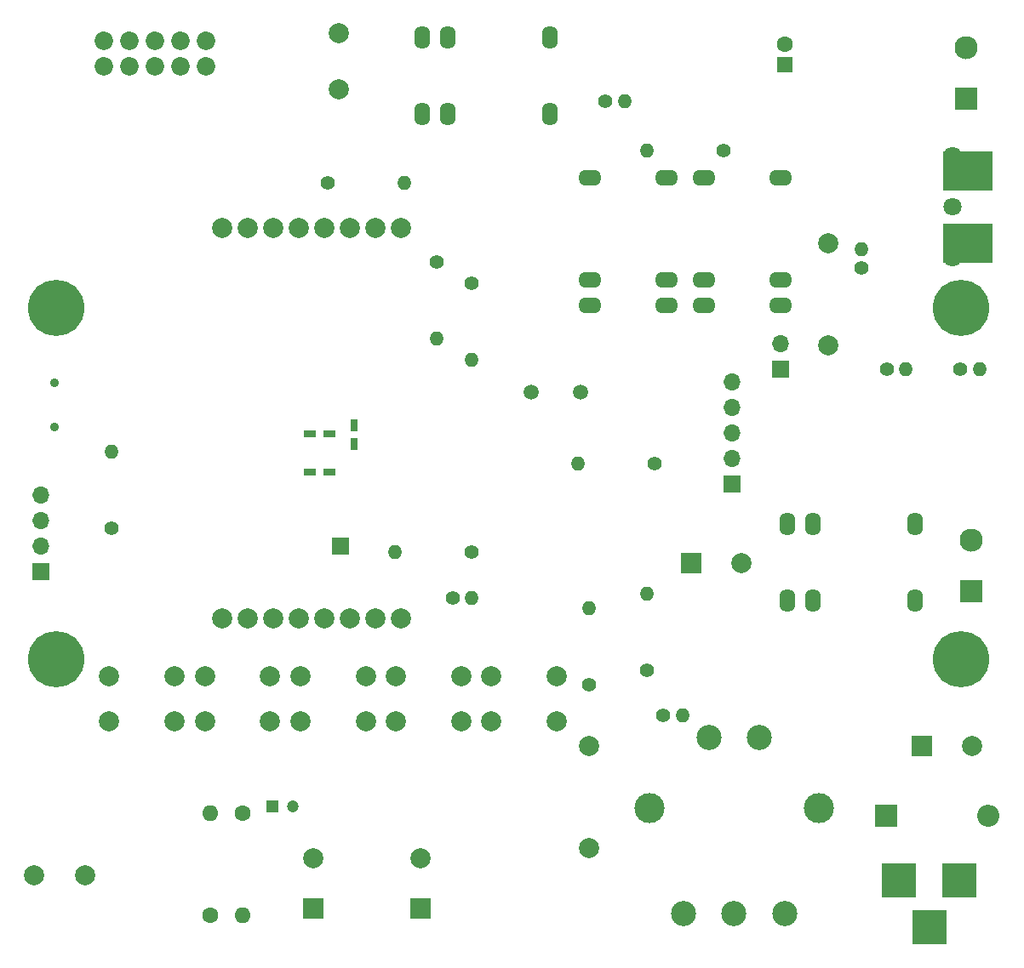
<source format=gts>
G04 #@! TF.FileFunction,Soldermask,Top*
%FSLAX46Y46*%
G04 Gerber Fmt 4.6, Leading zero omitted, Abs format (unit mm)*
G04 Created by KiCad (PCBNEW 4.0.7-e2-6376~58~ubuntu14.04.1) date Thu Dec 19 07:43:31 2019*
%MOMM*%
%LPD*%
G01*
G04 APERTURE LIST*
%ADD10C,0.100000*%
%ADD11C,2.000000*%
%ADD12C,1.600000*%
%ADD13O,1.600000X1.600000*%
%ADD14C,1.500000*%
%ADD15R,2.000000X2.000000*%
%ADD16R,1.200000X1.200000*%
%ADD17C,1.200000*%
%ADD18C,1.998980*%
%ADD19C,2.500000*%
%ADD20C,3.000000*%
%ADD21C,1.850000*%
%ADD22C,5.600000*%
%ADD23C,0.900000*%
%ADD24O,1.600000X2.300000*%
%ADD25O,2.300000X1.600000*%
%ADD26R,1.600000X1.600000*%
%ADD27C,1.800000*%
%ADD28R,5.000000X3.960000*%
%ADD29R,1.700000X1.700000*%
%ADD30O,1.700000X1.700000*%
%ADD31C,1.400000*%
%ADD32O,1.400000X1.400000*%
%ADD33R,2.300000X2.300000*%
%ADD34C,2.300000*%
%ADD35R,3.500120X3.500120*%
%ADD36R,1.200000X0.750000*%
%ADD37R,0.750000X1.200000*%
%ADD38R,2.200000X2.200000*%
%ADD39O,2.200000X2.200000*%
G04 APERTURE END LIST*
D10*
D11*
X94130000Y-62075000D03*
X96670000Y-62075000D03*
X91590000Y-62075000D03*
X89050000Y-62075000D03*
X86510000Y-62075000D03*
X99210000Y-62075000D03*
X101750000Y-62075000D03*
X104290000Y-62075000D03*
X86510000Y-100925000D03*
X89050000Y-100925000D03*
X91590000Y-100925000D03*
X94130000Y-100925000D03*
X96670000Y-100925000D03*
X99210000Y-100925000D03*
X101750000Y-100925000D03*
X104290000Y-100925000D03*
D12*
X88500000Y-120325000D03*
D13*
X88500000Y-130485000D03*
D14*
X117200000Y-78400000D03*
X122080000Y-78400000D03*
D15*
X133100000Y-95400000D03*
D11*
X138100000Y-95400000D03*
D16*
X91500000Y-119625000D03*
D17*
X93500000Y-119625000D03*
D18*
X122975000Y-123801260D03*
X122975000Y-113641260D03*
D12*
X85300000Y-130525000D03*
D13*
X85300000Y-120365000D03*
D11*
X75250000Y-111200000D03*
X75250000Y-106700000D03*
X81750000Y-111200000D03*
X81750000Y-106700000D03*
X84750000Y-111200000D03*
X84750000Y-106700000D03*
X91250000Y-111200000D03*
X91250000Y-106700000D03*
X94250000Y-111200000D03*
X94250000Y-106700000D03*
X100750000Y-111200000D03*
X100750000Y-106700000D03*
X103750000Y-111200000D03*
X103750000Y-106700000D03*
X110250000Y-111200000D03*
X110250000Y-106700000D03*
D19*
X134900000Y-112800000D03*
X132400000Y-130300000D03*
X137400000Y-130300000D03*
X142400000Y-130300000D03*
X139900000Y-112800000D03*
D20*
X145800000Y-119800000D03*
X129000000Y-119800000D03*
D21*
X74720000Y-43430000D03*
X74720000Y-45970000D03*
X77260000Y-43430000D03*
X77260000Y-45970000D03*
X79800000Y-43430000D03*
X79800000Y-45970000D03*
X82340000Y-43430000D03*
X82340000Y-45970000D03*
X84880000Y-43430000D03*
X84880000Y-45970000D03*
D18*
X67800000Y-126545000D03*
X72880000Y-126545000D03*
D22*
X160000000Y-70000000D03*
X70000000Y-70000000D03*
X70000000Y-105000000D03*
X160000000Y-105000000D03*
D11*
X113250000Y-111200000D03*
X113250000Y-106700000D03*
X119750000Y-111200000D03*
X119750000Y-106700000D03*
D23*
X69825000Y-81925000D03*
X69825000Y-77525000D03*
D24*
X119100000Y-43080000D03*
X108940000Y-43080000D03*
X119100000Y-50700000D03*
X108940000Y-50700000D03*
X106400000Y-43080000D03*
X106400000Y-50700000D03*
D25*
X123080000Y-57050000D03*
X123080000Y-67210000D03*
X130700000Y-57050000D03*
X130700000Y-67210000D03*
X123080000Y-69750000D03*
X130700000Y-69750000D03*
X134380000Y-57050000D03*
X134380000Y-67210000D03*
X142000000Y-57050000D03*
X142000000Y-67210000D03*
X134380000Y-69750000D03*
X142000000Y-69750000D03*
D24*
X155400000Y-91580000D03*
X145240000Y-91580000D03*
X155400000Y-99200000D03*
X145240000Y-99200000D03*
X142700000Y-91580000D03*
X142700000Y-99200000D03*
D18*
X98046000Y-48292000D03*
X98046000Y-42704000D03*
X146750000Y-73751260D03*
X146750000Y-63591260D03*
D26*
X142400000Y-45800000D03*
D12*
X142400000Y-43800000D03*
D27*
X159143000Y-65080000D03*
X159143000Y-54920000D03*
D28*
X160650000Y-56380000D03*
X160650000Y-63620000D03*
D27*
X159143000Y-62540000D03*
X159143000Y-57460000D03*
X159143000Y-60000000D03*
D29*
X142000000Y-76150000D03*
D30*
X142000000Y-73610000D03*
D31*
X124600000Y-49440000D03*
D32*
X126500000Y-49440000D03*
D33*
X160500000Y-49230000D03*
D34*
X160500000Y-44160000D03*
D33*
X161000000Y-98230000D03*
D34*
X161000000Y-93160000D03*
D31*
X159900000Y-76100000D03*
D32*
X161800000Y-76100000D03*
D31*
X150100000Y-66100000D03*
D32*
X150100000Y-64200000D03*
D31*
X152600000Y-76100000D03*
D32*
X154500000Y-76100000D03*
D35*
X153799860Y-127000000D03*
X159799340Y-127000000D03*
X156799600Y-131699000D03*
D31*
X136350000Y-54400000D03*
D32*
X128730000Y-54400000D03*
D36*
X97100000Y-86400000D03*
X95200000Y-86400000D03*
X97100000Y-82600000D03*
X95200000Y-82600000D03*
D29*
X68475000Y-96325000D03*
D30*
X68475000Y-93785000D03*
X68475000Y-91245000D03*
X68475000Y-88705000D03*
D29*
X137150000Y-87600000D03*
D30*
X137150000Y-85060000D03*
X137150000Y-82520000D03*
X137150000Y-79980000D03*
X137150000Y-77440000D03*
D37*
X99580000Y-83590000D03*
X99580000Y-81690000D03*
D31*
X109380000Y-98900000D03*
D32*
X111280000Y-98900000D03*
D31*
X130360000Y-110570000D03*
D32*
X132260000Y-110570000D03*
D31*
X128700000Y-106080000D03*
D32*
X128700000Y-98460000D03*
D31*
X123000000Y-107570000D03*
D32*
X123000000Y-99950000D03*
D31*
X111310000Y-67610000D03*
D32*
X111310000Y-75230000D03*
D31*
X107840000Y-65510000D03*
D32*
X107840000Y-73130000D03*
D31*
X96950000Y-57630000D03*
D32*
X104570000Y-57630000D03*
D31*
X129510000Y-85500000D03*
D32*
X121890000Y-85500000D03*
D31*
X75438000Y-91948000D03*
D32*
X75438000Y-84328000D03*
D15*
X95500000Y-129825000D03*
D11*
X95500000Y-124825000D03*
D15*
X156060000Y-113650000D03*
D11*
X161060000Y-113650000D03*
D15*
X106200000Y-129825000D03*
D11*
X106200000Y-124825000D03*
D29*
X98250000Y-93740000D03*
D31*
X111280000Y-94380000D03*
D32*
X103660000Y-94380000D03*
D38*
X152520000Y-120590000D03*
D39*
X162680000Y-120590000D03*
M02*

</source>
